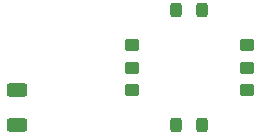
<source format=gbr>
%TF.GenerationSoftware,KiCad,Pcbnew,8.0.6*%
%TF.CreationDate,2024-11-02T11:22:20+01:00*%
%TF.ProjectId,Controller-BMU-Kombi,436f6e74-726f-46c6-9c65-722d424d552d,rev?*%
%TF.SameCoordinates,Original*%
%TF.FileFunction,Paste,Top*%
%TF.FilePolarity,Positive*%
%FSLAX46Y46*%
G04 Gerber Fmt 4.6, Leading zero omitted, Abs format (unit mm)*
G04 Created by KiCad (PCBNEW 8.0.6) date 2024-11-02 11:22:20*
%MOMM*%
%LPD*%
G01*
G04 APERTURE LIST*
G04 Aperture macros list*
%AMRoundRect*
0 Rectangle with rounded corners*
0 $1 Rounding radius*
0 $2 $3 $4 $5 $6 $7 $8 $9 X,Y pos of 4 corners*
0 Add a 4 corners polygon primitive as box body*
4,1,4,$2,$3,$4,$5,$6,$7,$8,$9,$2,$3,0*
0 Add four circle primitives for the rounded corners*
1,1,$1+$1,$2,$3*
1,1,$1+$1,$4,$5*
1,1,$1+$1,$6,$7*
1,1,$1+$1,$8,$9*
0 Add four rect primitives between the rounded corners*
20,1,$1+$1,$2,$3,$4,$5,0*
20,1,$1+$1,$4,$5,$6,$7,0*
20,1,$1+$1,$6,$7,$8,$9,0*
20,1,$1+$1,$8,$9,$2,$3,0*%
G04 Aperture macros list end*
%ADD10RoundRect,0.250000X0.250000X-0.375000X0.250000X0.375000X-0.250000X0.375000X-0.250000X-0.375000X0*%
%ADD11RoundRect,0.250000X0.375000X0.250000X-0.375000X0.250000X-0.375000X-0.250000X0.375000X-0.250000X0*%
%ADD12RoundRect,0.250000X-0.250000X0.375000X-0.250000X-0.375000X0.250000X-0.375000X0.250000X0.375000X0*%
%ADD13RoundRect,0.250000X-0.375000X-0.250000X0.375000X-0.250000X0.375000X0.250000X-0.375000X0.250000X0*%
%ADD14RoundRect,0.250000X-0.625000X0.312500X-0.625000X-0.312500X0.625000X-0.312500X0.625000X0.312500X0*%
G04 APERTURE END LIST*
D10*
%TO.C,U1*%
X118225000Y-93475000D03*
X116025000Y-93475000D03*
D11*
X112250000Y-90500000D03*
X112250000Y-88600000D03*
X112250000Y-86700000D03*
D12*
X116025000Y-83725000D03*
X118225000Y-83725000D03*
D13*
X122000000Y-86700000D03*
X122000000Y-88600000D03*
X122000000Y-90500000D03*
%TD*%
D14*
%TO.C,R1*%
X102500000Y-90500000D03*
X102500000Y-93425000D03*
%TD*%
M02*

</source>
